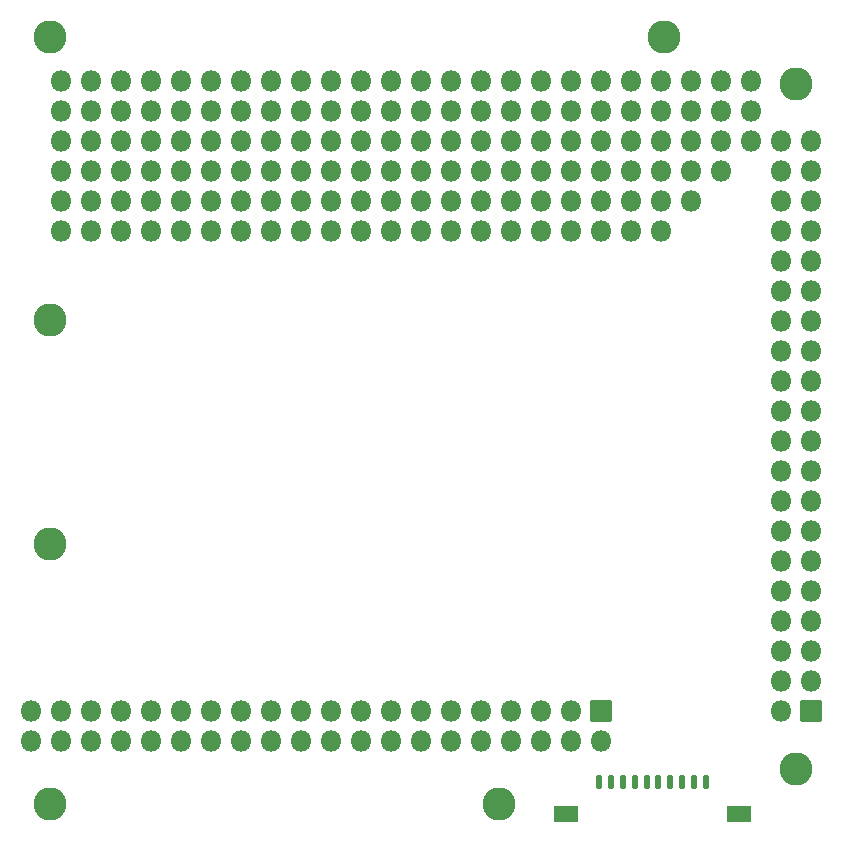
<source format=gbr>
G04 #@! TF.GenerationSoftware,KiCad,Pcbnew,6.0.0-rc1-unknown-d76c6bc884~144~ubuntu21.10.1*
G04 #@! TF.CreationDate,2021-12-01T12:13:09+00:00*
G04 #@! TF.ProjectId,tad2_top,74616432-5f74-46f7-902e-6b696361645f,1.0*
G04 #@! TF.SameCoordinates,Original*
G04 #@! TF.FileFunction,Soldermask,Top*
G04 #@! TF.FilePolarity,Negative*
%FSLAX46Y46*%
G04 Gerber Fmt 4.6, Leading zero omitted, Abs format (unit mm)*
G04 Created by KiCad (PCBNEW 6.0.0-rc1-unknown-d76c6bc884~144~ubuntu21.10.1) date 2021-12-01 12:13:09*
%MOMM*%
%LPD*%
G01*
G04 APERTURE LIST*
G04 Aperture macros list*
%AMRoundRect*
0 Rectangle with rounded corners*
0 $1 Rounding radius*
0 $2 $3 $4 $5 $6 $7 $8 $9 X,Y pos of 4 corners*
0 Add a 4 corners polygon primitive as box body*
4,1,4,$2,$3,$4,$5,$6,$7,$8,$9,$2,$3,0*
0 Add four circle primitives for the rounded corners*
1,1,$1+$1,$2,$3*
1,1,$1+$1,$4,$5*
1,1,$1+$1,$6,$7*
1,1,$1+$1,$8,$9*
0 Add four rect primitives between the rounded corners*
20,1,$1+$1,$2,$3,$4,$5,0*
20,1,$1+$1,$4,$5,$6,$7,0*
20,1,$1+$1,$6,$7,$8,$9,0*
20,1,$1+$1,$8,$9,$2,$3,0*%
G04 Aperture macros list end*
%ADD10C,2.802000*%
%ADD11O,1.802000X1.802000*%
%ADD12RoundRect,0.051000X-0.200000X-0.500000X0.200000X-0.500000X0.200000X0.500000X-0.200000X0.500000X0*%
%ADD13RoundRect,0.051000X-1.000000X-0.650000X1.000000X-0.650000X1.000000X0.650000X-1.000000X0.650000X0*%
%ADD14RoundRect,0.051000X-0.850000X-0.850000X0.850000X-0.850000X0.850000X0.850000X-0.850000X0.850000X0*%
%ADD15RoundRect,0.051000X0.850000X-0.850000X0.850000X0.850000X-0.850000X0.850000X-0.850000X-0.850000X0*%
G04 APERTURE END LIST*
D10*
X163864000Y-182680000D03*
X163864000Y-124680000D03*
D11*
X104140000Y-127000000D03*
X142240000Y-137160000D03*
X119380000Y-124460000D03*
X106680000Y-137160000D03*
X144780000Y-132080000D03*
X139700000Y-137160000D03*
X109220000Y-129540000D03*
X152400000Y-124460000D03*
D10*
X138700000Y-185700000D03*
D11*
X104140000Y-134620000D03*
X137160000Y-127000000D03*
X129540000Y-129540000D03*
X147320000Y-134620000D03*
X134620000Y-137160000D03*
X111760000Y-124460000D03*
X127000000Y-124460000D03*
X149860000Y-134620000D03*
X144780000Y-129540000D03*
X147320000Y-127000000D03*
X154940000Y-132080000D03*
X106680000Y-124460000D03*
X111760000Y-132080000D03*
X144780000Y-137160000D03*
X119380000Y-127000000D03*
X114300000Y-132080000D03*
X144780000Y-124460000D03*
X147320000Y-124460000D03*
X144780000Y-127000000D03*
X160020000Y-127000000D03*
X124460000Y-132080000D03*
X104140000Y-129540000D03*
X116840000Y-129540000D03*
X101600000Y-127000000D03*
X119380000Y-129540000D03*
X139700000Y-134620000D03*
X101600000Y-132080000D03*
X147320000Y-132080000D03*
X109220000Y-124460000D03*
X121920000Y-134620000D03*
X129540000Y-124460000D03*
X116840000Y-134620000D03*
X109220000Y-134620000D03*
X104140000Y-137160000D03*
X109220000Y-137160000D03*
X111760000Y-127000000D03*
X144780000Y-134620000D03*
X111760000Y-137160000D03*
X160020000Y-124460000D03*
X104140000Y-124460000D03*
X124460000Y-137160000D03*
X142240000Y-132080000D03*
X129540000Y-132080000D03*
X132080000Y-129540000D03*
X157480000Y-132080000D03*
X132080000Y-137160000D03*
X139700000Y-124460000D03*
X121920000Y-129540000D03*
X154940000Y-127000000D03*
X139700000Y-129540000D03*
X114300000Y-137160000D03*
X152400000Y-127000000D03*
X127000000Y-129540000D03*
X149860000Y-127000000D03*
X129540000Y-134620000D03*
X134620000Y-127000000D03*
X139700000Y-132080000D03*
X116840000Y-124460000D03*
D10*
X100700000Y-144700000D03*
D11*
X121920000Y-124460000D03*
X160020000Y-129540000D03*
X101600000Y-124460000D03*
X114300000Y-129540000D03*
X154940000Y-124460000D03*
X101600000Y-134620000D03*
X127000000Y-132080000D03*
X129540000Y-127000000D03*
X152400000Y-134620000D03*
X116840000Y-132080000D03*
X137160000Y-137160000D03*
X106680000Y-127000000D03*
X132080000Y-127000000D03*
X139700000Y-127000000D03*
X134620000Y-134620000D03*
X137160000Y-129540000D03*
X152400000Y-137160000D03*
X119380000Y-132080000D03*
X137160000Y-132080000D03*
X147320000Y-137160000D03*
X154940000Y-134620000D03*
X137160000Y-134620000D03*
D10*
X100700000Y-120700000D03*
D11*
X114300000Y-127000000D03*
X142240000Y-134620000D03*
X154940000Y-129540000D03*
X137160000Y-124460000D03*
X157480000Y-127000000D03*
X152400000Y-129540000D03*
X149860000Y-124460000D03*
X132080000Y-132080000D03*
X157480000Y-124460000D03*
X142240000Y-129540000D03*
X147320000Y-129540000D03*
X157480000Y-129540000D03*
X106680000Y-134620000D03*
X121920000Y-137160000D03*
X119380000Y-137160000D03*
X114300000Y-124460000D03*
X109220000Y-132080000D03*
X127000000Y-137160000D03*
X129540000Y-137160000D03*
D10*
X152700000Y-120700000D03*
D11*
X106680000Y-132080000D03*
X149860000Y-132080000D03*
D12*
X147200000Y-183790000D03*
X148200000Y-183790000D03*
X149200000Y-183790000D03*
X150200000Y-183790000D03*
X151200000Y-183790000D03*
X152200000Y-183790000D03*
X153200000Y-183790000D03*
X154200000Y-183790000D03*
X155200000Y-183790000D03*
X156200000Y-183790000D03*
D13*
X144400000Y-186490000D03*
X159000000Y-186490000D03*
D11*
X124460000Y-129540000D03*
X134620000Y-129540000D03*
X111760000Y-134620000D03*
D10*
X100700000Y-163700000D03*
D11*
X101600000Y-137160000D03*
X127000000Y-127000000D03*
X114300000Y-134620000D03*
X134620000Y-132080000D03*
X116840000Y-137160000D03*
X132080000Y-124460000D03*
D10*
X100700000Y-185700000D03*
D11*
X152400000Y-132080000D03*
X127000000Y-134620000D03*
X121920000Y-132080000D03*
X149860000Y-129540000D03*
X104140000Y-132080000D03*
X119380000Y-134620000D03*
X124460000Y-124460000D03*
X134620000Y-124460000D03*
X116840000Y-127000000D03*
X121920000Y-127000000D03*
X101600000Y-129540000D03*
X124460000Y-127000000D03*
X142240000Y-124460000D03*
X124460000Y-134620000D03*
X111760000Y-129540000D03*
X142240000Y-127000000D03*
X109220000Y-127000000D03*
X149860000Y-137160000D03*
X106680000Y-129540000D03*
X132080000Y-134620000D03*
D14*
X165100000Y-177800000D03*
D11*
X162560000Y-177800000D03*
X165100000Y-175260000D03*
X162560000Y-175260000D03*
X165100000Y-172720000D03*
X162560000Y-172720000D03*
X165100000Y-170180000D03*
X162560000Y-170180000D03*
X165100000Y-167640000D03*
X162560000Y-167640000D03*
X165100000Y-165100000D03*
X162560000Y-165100000D03*
X165100000Y-162560000D03*
X162560000Y-162560000D03*
X165100000Y-160020000D03*
X162560000Y-160020000D03*
X165100000Y-157480000D03*
X162560000Y-157480000D03*
X165100000Y-154940000D03*
X162560000Y-154940000D03*
X165100000Y-152400000D03*
X162560000Y-152400000D03*
X165100000Y-149860000D03*
X162560000Y-149860000D03*
X165100000Y-147320000D03*
X162560000Y-147320000D03*
X165100000Y-144780000D03*
X162560000Y-144780000D03*
X165100000Y-142240000D03*
X162560000Y-142240000D03*
X165100000Y-139700000D03*
X162560000Y-139700000D03*
X165100000Y-137160000D03*
X162560000Y-137160000D03*
X165100000Y-134620000D03*
X162560000Y-134620000D03*
X165100000Y-132080000D03*
X162560000Y-132080000D03*
X165100000Y-129540000D03*
X162560000Y-129540000D03*
D15*
X147320000Y-177800000D03*
D11*
X147320000Y-180340000D03*
X144780000Y-177800000D03*
X144780000Y-180340000D03*
X142240000Y-177800000D03*
X142240000Y-180340000D03*
X139700000Y-177800000D03*
X139700000Y-180340000D03*
X137160000Y-177800000D03*
X137160000Y-180340000D03*
X134620000Y-177800000D03*
X134620000Y-180340000D03*
X132080000Y-177800000D03*
X132080000Y-180340000D03*
X129540000Y-177800000D03*
X129540000Y-180340000D03*
X127000000Y-177800000D03*
X127000000Y-180340000D03*
X124460000Y-177800000D03*
X124460000Y-180340000D03*
X121920000Y-177800000D03*
X121920000Y-180340000D03*
X119380000Y-177800000D03*
X119380000Y-180340000D03*
X116840000Y-177800000D03*
X116840000Y-180340000D03*
X114300000Y-177800000D03*
X114300000Y-180340000D03*
X111760000Y-177800000D03*
X111760000Y-180340000D03*
X109220000Y-177800000D03*
X109220000Y-180340000D03*
X106680000Y-177800000D03*
X106680000Y-180340000D03*
X104140000Y-177800000D03*
X104140000Y-180340000D03*
X101600000Y-177800000D03*
X101600000Y-180340000D03*
X99060000Y-177800000D03*
X99060000Y-180340000D03*
M02*

</source>
